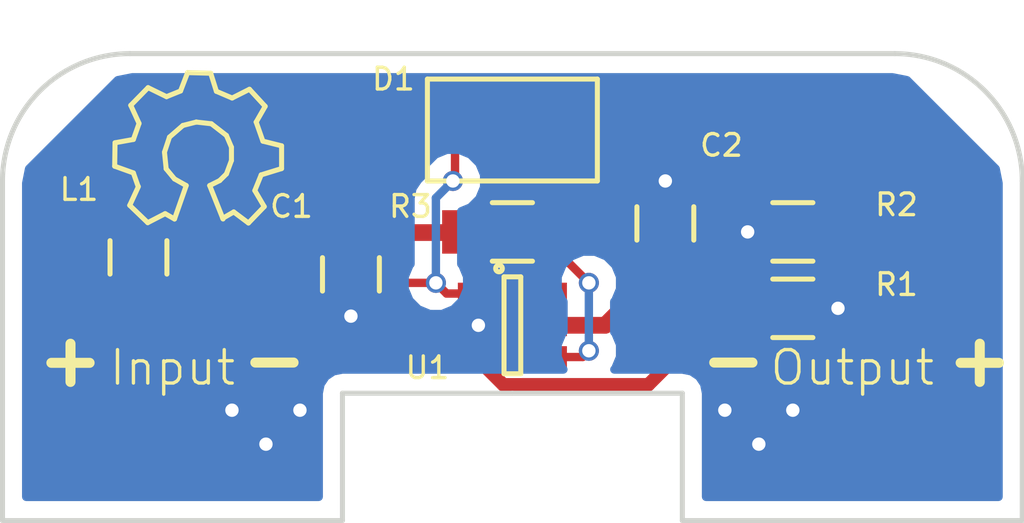
<source format=kicad_pcb>
(kicad_pcb (version 4) (host pcbnew 4.0.0-stable)

  (general
    (links 14)
    (no_connects 0)
    (area 152.265667 73.73388 182.955001 90.245001)
    (thickness 1.6)
    (drawings 17)
    (tracks 73)
    (zones 0)
    (modules 9)
    (nets 7)
  )

  (page A4)
  (layers
    (0 F.Cu signal)
    (31 B.Cu signal)
    (32 B.Adhes user)
    (33 F.Adhes user)
    (34 B.Paste user)
    (35 F.Paste user)
    (36 B.SilkS user)
    (37 F.SilkS user)
    (38 B.Mask user)
    (39 F.Mask user)
    (40 Dwgs.User user)
    (41 Cmts.User user)
    (42 Eco1.User user)
    (43 Eco2.User user)
    (44 Edge.Cuts user)
    (45 Margin user)
    (46 B.CrtYd user)
    (47 F.CrtYd user)
    (48 B.Fab user)
    (49 F.Fab user)
  )

  (setup
    (last_trace_width 0.25)
    (trace_clearance 0.2)
    (zone_clearance 0.508)
    (zone_45_only yes)
    (trace_min 0.2)
    (segment_width 0.2)
    (edge_width 0.15)
    (via_size 0.6)
    (via_drill 0.4)
    (via_min_size 0.4)
    (via_min_drill 0.3)
    (uvia_size 0.3)
    (uvia_drill 0.1)
    (uvias_allowed no)
    (uvia_min_size 0.2)
    (uvia_min_drill 0.1)
    (pcb_text_width 0.3)
    (pcb_text_size 1.5 1.5)
    (mod_edge_width 0.15)
    (mod_text_size 1 1)
    (mod_text_width 0.15)
    (pad_size 1.2 1.8)
    (pad_drill 0.8)
    (pad_to_mask_clearance 0.1)
    (aux_axis_origin 0 0)
    (visible_elements 7FFFFFFF)
    (pcbplotparams
      (layerselection 0x010f0_80000001)
      (usegerberextensions false)
      (excludeedgelayer true)
      (linewidth 0.100000)
      (plotframeref false)
      (viasonmask false)
      (mode 1)
      (useauxorigin false)
      (hpglpennumber 1)
      (hpglpenspeed 20)
      (hpglpendiameter 15)
      (hpglpenoverlay 2)
      (psnegative false)
      (psa4output false)
      (plotreference true)
      (plotvalue true)
      (plotinvisibletext false)
      (padsonsilk false)
      (subtractmaskfromsilk false)
      (outputformat 1)
      (mirror false)
      (drillshape 0)
      (scaleselection 1)
      (outputdirectory ""))
  )

  (net 0 "")
  (net 1 GND)
  (net 2 /Vin)
  (net 3 /Vout)
  (net 4 /SW)
  (net 5 /FB)
  (net 6 /SHDN)

  (net_class Default "This is the default net class."
    (clearance 0.2)
    (trace_width 0.25)
    (via_dia 0.6)
    (via_drill 0.4)
    (uvia_dia 0.3)
    (uvia_drill 0.1)
    (add_net /SHDN)
    (add_net /SW)
  )

  (net_class FB ""
    (clearance 0.2)
    (trace_width 0.4)
    (via_dia 0.6)
    (via_drill 0.4)
    (uvia_dia 0.3)
    (uvia_drill 0.1)
    (add_net /FB)
  )

  (net_class GND ""
    (clearance 0.2)
    (trace_width 0.5)
    (via_dia 0.6)
    (via_drill 0.4)
    (uvia_dia 0.3)
    (uvia_drill 0.1)
    (add_net GND)
  )

  (net_class VIN ""
    (clearance 0.2)
    (trace_width 0.5)
    (via_dia 0.6)
    (via_drill 0.4)
    (uvia_dia 0.3)
    (uvia_drill 0.1)
    (add_net /Vin)
  )

  (net_class VOUT ""
    (clearance 0.2)
    (trace_width 0.5)
    (via_dia 0.6)
    (via_drill 0.4)
    (uvia_dia 0.3)
    (uvia_drill 0.1)
    (add_net /Vout)
  )

  (module Capacitors_SMD:C_0805_HandSoldering (layer F.Cu) (tedit 565FA584) (tstamp 565F504B)
    (at 162.814 82.804 270)
    (descr "Capacitor SMD 0805, hand soldering")
    (tags "capacitor 0805")
    (path /565F3671)
    (attr smd)
    (fp_text reference C1 (at -2.032 1.778 360) (layer F.SilkS)
      (effects (font (size 0.65 0.65) (thickness 0.1)))
    )
    (fp_text value 10uF (at -1.016 2.286 360) (layer F.Fab)
      (effects (font (size 0.65 0.65) (thickness 0.1)))
    )
    (fp_line (start -2.3 -1) (end 2.3 -1) (layer F.CrtYd) (width 0.05))
    (fp_line (start -2.3 1) (end 2.3 1) (layer F.CrtYd) (width 0.05))
    (fp_line (start -2.3 -1) (end -2.3 1) (layer F.CrtYd) (width 0.05))
    (fp_line (start 2.3 -1) (end 2.3 1) (layer F.CrtYd) (width 0.05))
    (fp_line (start 0.5 -0.85) (end -0.5 -0.85) (layer F.SilkS) (width 0.15))
    (fp_line (start -0.5 0.85) (end 0.5 0.85) (layer F.SilkS) (width 0.15))
    (pad 1 smd rect (at -1.25 0 270) (size 1.5 1.25) (layers F.Cu F.Paste F.Mask)
      (net 2 /Vin))
    (pad 2 smd rect (at 1.25 0 270) (size 1.5 1.25) (layers F.Cu F.Paste F.Mask)
      (net 1 GND))
    (model Capacitors_SMD.3dshapes/C_0805_HandSoldering.wrl
      (at (xyz 0 0 0))
      (scale (xyz 1 1 1))
      (rotate (xyz 0 0 0))
    )
  )

  (module Capacitors_SMD:C_0805_HandSoldering (layer F.Cu) (tedit 565FB6AE) (tstamp 565F5051)
    (at 172.212 81.28 90)
    (descr "Capacitor SMD 0805, hand soldering")
    (tags "capacitor 0805")
    (path /565F36D9)
    (attr smd)
    (fp_text reference C2 (at 2.3368 1.6764 180) (layer F.SilkS)
      (effects (font (size 0.65 0.65) (thickness 0.1)))
    )
    (fp_text value 22uF (at 1.4224 2.286 180) (layer F.Fab)
      (effects (font (size 0.65 0.65) (thickness 0.1)))
    )
    (fp_line (start -2.3 -1) (end 2.3 -1) (layer F.CrtYd) (width 0.05))
    (fp_line (start -2.3 1) (end 2.3 1) (layer F.CrtYd) (width 0.05))
    (fp_line (start -2.3 -1) (end -2.3 1) (layer F.CrtYd) (width 0.05))
    (fp_line (start 2.3 -1) (end 2.3 1) (layer F.CrtYd) (width 0.05))
    (fp_line (start 0.5 -0.85) (end -0.5 -0.85) (layer F.SilkS) (width 0.15))
    (fp_line (start -0.5 0.85) (end 0.5 0.85) (layer F.SilkS) (width 0.15))
    (pad 1 smd rect (at -1.25 0 90) (size 1.5 1.25) (layers F.Cu F.Paste F.Mask)
      (net 3 /Vout))
    (pad 2 smd rect (at 1.25 0 90) (size 1.5 1.25) (layers F.Cu F.Paste F.Mask)
      (net 1 GND))
    (model Capacitors_SMD.3dshapes/C_0805_HandSoldering.wrl
      (at (xyz 0 0 0))
      (scale (xyz 1 1 1))
      (rotate (xyz 0 0 0))
    )
  )

  (module Diodes_SMD:POWERMITE2 (layer F.Cu) (tedit 565FA5D1) (tstamp 565F5057)
    (at 167.64 78.486 180)
    (descr "ONSEMI - POWERMITE 2")
    (tags "POWERMITE 2")
    (path /565F347C)
    (attr smd)
    (fp_text reference D1 (at 3.556 1.524 180) (layer F.SilkS)
      (effects (font (size 0.65 0.65) (thickness 0.1)))
    )
    (fp_text value "" (at 0 2.54 180) (layer F.Fab)
      (effects (font (size 1 1) (thickness 0.15)))
    )
    (fp_line (start -2.794 -1.778) (end 2.794 -1.778) (layer F.CrtYd) (width 0.03))
    (fp_line (start 2.794 -1.778) (end 2.794 1.778) (layer F.CrtYd) (width 0.03))
    (fp_line (start 2.794 1.778) (end -2.794 1.778) (layer F.CrtYd) (width 0.03))
    (fp_line (start -2.794 1.778) (end -2.794 -1.778) (layer F.CrtYd) (width 0.03))
    (fp_line (start -2.54 -1.524) (end 2.54 -1.524) (layer F.SilkS) (width 0.15))
    (fp_line (start 2.54 -1.524) (end 2.54 1.524) (layer F.SilkS) (width 0.15))
    (fp_line (start 2.54 1.524) (end -2.54 1.524) (layer F.SilkS) (width 0.15))
    (fp_line (start -2.54 1.524) (end -2.54 -1.524) (layer F.SilkS) (width 0.15))
    (pad 2 smd rect (at 1.7145 0) (size 0.635 1.27) (layers F.Cu F.Paste F.Mask)
      (net 4 /SW))
    (pad 1 smd rect (at -0.6365 0) (size 2.67 2.54) (layers F.Cu F.Paste F.Mask)
      (net 3 /Vout))
    (model Diodes_SMD.3dshapes/TUMD2.wrl
      (at (xyz 0 0 0))
      (scale (xyz 4 4 4))
      (rotate (xyz 0 0 180))
    )
  )

  (module Capacitors_SMD:C_0805_HandSoldering (layer F.Cu) (tedit 565FA5A9) (tstamp 565F505D)
    (at 156.464 82.296 270)
    (descr "Capacitor SMD 0805, hand soldering")
    (tags "capacitor 0805")
    (path /565F33FD)
    (attr smd)
    (fp_text reference L1 (at -2.032 1.778 360) (layer F.SilkS)
      (effects (font (size 0.65 0.65) (thickness 0.1)))
    )
    (fp_text value 2.5uH (at -1.016 2.54 360) (layer F.Fab)
      (effects (font (size 0.65 0.65) (thickness 0.1)))
    )
    (fp_line (start -2.3 -1) (end 2.3 -1) (layer F.CrtYd) (width 0.05))
    (fp_line (start -2.3 1) (end 2.3 1) (layer F.CrtYd) (width 0.05))
    (fp_line (start -2.3 -1) (end -2.3 1) (layer F.CrtYd) (width 0.05))
    (fp_line (start 2.3 -1) (end 2.3 1) (layer F.CrtYd) (width 0.05))
    (fp_line (start 0.5 -0.85) (end -0.5 -0.85) (layer F.SilkS) (width 0.15))
    (fp_line (start -0.5 0.85) (end 0.5 0.85) (layer F.SilkS) (width 0.15))
    (pad 1 smd rect (at -1.25 0 270) (size 1.5 1.25) (layers F.Cu F.Paste F.Mask)
      (net 2 /Vin))
    (pad 2 smd rect (at 1.25 0 270) (size 1.5 1.25) (layers F.Cu F.Paste F.Mask)
      (net 4 /SW))
    (model Capacitors_SMD.3dshapes/C_0805_HandSoldering.wrl
      (at (xyz 0 0 0))
      (scale (xyz 1 1 1))
      (rotate (xyz 0 0 0))
    )
  )

  (module Resistors_SMD:R_0805_HandSoldering (layer F.Cu) (tedit 565FB692) (tstamp 565F5063)
    (at 176.022 83.82)
    (descr "Resistor SMD 0805, hand soldering")
    (tags "resistor 0805")
    (path /565F355C)
    (attr smd)
    (fp_text reference R1 (at 3.0988 -0.7112 180) (layer F.SilkS)
      (effects (font (size 0.65 0.65) (thickness 0.1)))
    )
    (fp_text value 95.3k (at 3.81 0.1524 180) (layer F.Fab)
      (effects (font (size 0.65 0.65) (thickness 0.1)))
    )
    (fp_line (start -2.4 -1) (end 2.4 -1) (layer F.CrtYd) (width 0.05))
    (fp_line (start -2.4 1) (end 2.4 1) (layer F.CrtYd) (width 0.05))
    (fp_line (start -2.4 -1) (end -2.4 1) (layer F.CrtYd) (width 0.05))
    (fp_line (start 2.4 -1) (end 2.4 1) (layer F.CrtYd) (width 0.05))
    (fp_line (start 0.6 0.875) (end -0.6 0.875) (layer F.SilkS) (width 0.15))
    (fp_line (start -0.6 -0.875) (end 0.6 -0.875) (layer F.SilkS) (width 0.15))
    (pad 1 smd rect (at -1.35 0) (size 1.5 1.3) (layers F.Cu F.Paste F.Mask)
      (net 5 /FB))
    (pad 2 smd rect (at 1.35 0) (size 1.5 1.3) (layers F.Cu F.Paste F.Mask)
      (net 1 GND))
    (model Resistors_SMD.3dshapes/R_0805_HandSoldering.wrl
      (at (xyz 0 0 0))
      (scale (xyz 1 1 1))
      (rotate (xyz 0 0 0))
    )
  )

  (module Resistors_SMD:R_0805_HandSoldering (layer F.Cu) (tedit 565FB69F) (tstamp 565F5069)
    (at 176.022 81.534 180)
    (descr "Resistor SMD 0805, hand soldering")
    (tags "resistor 0805")
    (path /565F35A7)
    (attr smd)
    (fp_text reference R2 (at -3.0988 0.8128 360) (layer F.SilkS)
      (effects (font (size 0.65 0.65) (thickness 0.1)))
    )
    (fp_text value 30.9K (at -3.9116 -0.1524 360) (layer F.Fab)
      (effects (font (size 0.65 0.65) (thickness 0.1)))
    )
    (fp_line (start -2.4 -1) (end 2.4 -1) (layer F.CrtYd) (width 0.05))
    (fp_line (start -2.4 1) (end 2.4 1) (layer F.CrtYd) (width 0.05))
    (fp_line (start -2.4 -1) (end -2.4 1) (layer F.CrtYd) (width 0.05))
    (fp_line (start 2.4 -1) (end 2.4 1) (layer F.CrtYd) (width 0.05))
    (fp_line (start 0.6 0.875) (end -0.6 0.875) (layer F.SilkS) (width 0.15))
    (fp_line (start -0.6 -0.875) (end 0.6 -0.875) (layer F.SilkS) (width 0.15))
    (pad 1 smd rect (at -1.35 0 180) (size 1.5 1.3) (layers F.Cu F.Paste F.Mask)
      (net 3 /Vout))
    (pad 2 smd rect (at 1.35 0 180) (size 1.5 1.3) (layers F.Cu F.Paste F.Mask)
      (net 1 GND))
    (model Resistors_SMD.3dshapes/R_0805_HandSoldering.wrl
      (at (xyz 0 0 0))
      (scale (xyz 1 1 1))
      (rotate (xyz 0 0 0))
    )
  )

  (module TO_SOT_Packages_SMD:SOT-23-6 (layer F.Cu) (tedit 565FA692) (tstamp 565F5073)
    (at 167.64 84.328)
    (descr "6-pin SOT-23 package")
    (tags SOT-23-6)
    (path /565F337C)
    (attr smd)
    (fp_text reference U1 (at -2.54 1.27) (layer F.SilkS)
      (effects (font (size 0.65 0.65) (thickness 0.1)))
    )
    (fp_text value LTC3426 (at 0 2.9) (layer F.Fab)
      (effects (font (size 1 1) (thickness 0.15)))
    )
    (fp_circle (center -0.4 -1.7) (end -0.3 -1.7) (layer F.SilkS) (width 0.15))
    (fp_line (start 0.25 -1.45) (end -0.25 -1.45) (layer F.SilkS) (width 0.15))
    (fp_line (start 0.25 1.45) (end 0.25 -1.45) (layer F.SilkS) (width 0.15))
    (fp_line (start -0.25 1.45) (end 0.25 1.45) (layer F.SilkS) (width 0.15))
    (fp_line (start -0.25 -1.45) (end -0.25 1.45) (layer F.SilkS) (width 0.15))
    (pad 1 smd rect (at -1.1 -0.95) (size 1.06 0.65) (layers F.Cu F.Paste F.Mask)
      (net 4 /SW))
    (pad 2 smd rect (at -1.1 0) (size 1.06 0.65) (layers F.Cu F.Paste F.Mask)
      (net 1 GND))
    (pad 3 smd rect (at -1.1 0.95) (size 1.06 0.65) (layers F.Cu F.Paste F.Mask)
      (net 5 /FB))
    (pad 4 smd rect (at 1.1 0.95) (size 1.06 0.65) (layers F.Cu F.Paste F.Mask)
      (net 6 /SHDN))
    (pad 6 smd rect (at 1.1 -0.95) (size 1.06 0.65) (layers F.Cu F.Paste F.Mask)
      (net 2 /Vin))
    (pad 5 smd rect (at 1.1 0) (size 1.06 0.65) (layers F.Cu F.Paste F.Mask)
      (net 3 /Vout))
    (model TO_SOT_Packages_SMD.3dshapes/SOT-23-6.wrl
      (at (xyz 0 0 0))
      (scale (xyz 1 1 1))
      (rotate (xyz 0 0 0))
    )
  )

  (module Resistors_SMD:R_0805_HandSoldering (layer F.Cu) (tedit 565FA578) (tstamp 565F630F)
    (at 167.64 81.534)
    (descr "Resistor SMD 0805, hand soldering")
    (tags "resistor 0805")
    (path /565F61F2)
    (attr smd)
    (fp_text reference R3 (at -3.048 -0.762) (layer F.SilkS)
      (effects (font (size 0.65 0.65) (thickness 0.1)))
    )
    (fp_text value 1M (at -3.048 0.254) (layer F.Fab)
      (effects (font (size 0.65 0.65) (thickness 0.1)))
    )
    (fp_line (start -2.4 -1) (end 2.4 -1) (layer F.CrtYd) (width 0.05))
    (fp_line (start -2.4 1) (end 2.4 1) (layer F.CrtYd) (width 0.05))
    (fp_line (start -2.4 -1) (end -2.4 1) (layer F.CrtYd) (width 0.05))
    (fp_line (start 2.4 -1) (end 2.4 1) (layer F.CrtYd) (width 0.05))
    (fp_line (start 0.6 0.875) (end -0.6 0.875) (layer F.SilkS) (width 0.15))
    (fp_line (start -0.6 -0.875) (end 0.6 -0.875) (layer F.SilkS) (width 0.15))
    (pad 1 smd rect (at -1.35 0) (size 1.5 1.3) (layers F.Cu F.Paste F.Mask)
      (net 2 /Vin))
    (pad 2 smd rect (at 1.35 0) (size 1.5 1.3) (layers F.Cu F.Paste F.Mask)
      (net 6 /SHDN))
    (model Resistors_SMD.3dshapes/R_0805_HandSoldering.wrl
      (at (xyz 0 0 0))
      (scale (xyz 1 1 1))
      (rotate (xyz 0 0 0))
    )
  )

  (module Symbols:Symbol_OSHW_minimal (layer F.Cu) (tedit 565FA924) (tstamp 5661B23D)
    (at 158.242 79.248)
    (descr "Symbol, OSHW-Logo, Silk Screen,")
    (tags "Symbol, OSHW-Logo, Silk Screen,")
    (fp_text reference "" (at 0.09906 -4.38912) (layer F.SilkS)
      (effects (font (size 1 1) (thickness 0.15)))
    )
    (fp_text value "" (at 0.30988 6.56082) (layer F.Fab)
      (effects (font (size 1 1) (thickness 0.15)))
    )
    (fp_line (start -1.78054 0.92964) (end -2.03962 1.49098) (layer F.SilkS) (width 0.15))
    (fp_line (start -2.03962 1.49098) (end -1.50114 2.00914) (layer F.SilkS) (width 0.15))
    (fp_line (start -1.50114 2.00914) (end -0.98044 1.7399) (layer F.SilkS) (width 0.15))
    (fp_line (start -0.98044 1.7399) (end -0.70104 1.89992) (layer F.SilkS) (width 0.15))
    (fp_line (start 0.73914 1.8796) (end 1.06934 1.6891) (layer F.SilkS) (width 0.15))
    (fp_line (start 1.06934 1.6891) (end 1.50876 2.0193) (layer F.SilkS) (width 0.15))
    (fp_line (start 1.50876 2.0193) (end 1.9812 1.52908) (layer F.SilkS) (width 0.15))
    (fp_line (start 1.9812 1.52908) (end 1.69926 1.04902) (layer F.SilkS) (width 0.15))
    (fp_line (start 1.69926 1.04902) (end 1.88976 0.57912) (layer F.SilkS) (width 0.15))
    (fp_line (start 1.88976 0.57912) (end 2.49936 0.39116) (layer F.SilkS) (width 0.15))
    (fp_line (start 2.49936 0.39116) (end 2.49936 -0.28956) (layer F.SilkS) (width 0.15))
    (fp_line (start 2.49936 -0.28956) (end 1.94056 -0.42926) (layer F.SilkS) (width 0.15))
    (fp_line (start 1.94056 -0.42926) (end 1.7399 -1.00076) (layer F.SilkS) (width 0.15))
    (fp_line (start 1.7399 -1.00076) (end 2.00914 -1.47066) (layer F.SilkS) (width 0.15))
    (fp_line (start 2.00914 -1.47066) (end 1.53924 -1.9812) (layer F.SilkS) (width 0.15))
    (fp_line (start 1.53924 -1.9812) (end 1.02108 -1.71958) (layer F.SilkS) (width 0.15))
    (fp_line (start 1.02108 -1.71958) (end 0.55118 -1.92024) (layer F.SilkS) (width 0.15))
    (fp_line (start 0.55118 -1.92024) (end 0.381 -2.46126) (layer F.SilkS) (width 0.15))
    (fp_line (start 0.381 -2.46126) (end -0.30988 -2.47904) (layer F.SilkS) (width 0.15))
    (fp_line (start -0.30988 -2.47904) (end -0.5207 -1.9304) (layer F.SilkS) (width 0.15))
    (fp_line (start -0.5207 -1.9304) (end -0.9398 -1.76022) (layer F.SilkS) (width 0.15))
    (fp_line (start -0.9398 -1.76022) (end -1.49098 -2.02946) (layer F.SilkS) (width 0.15))
    (fp_line (start -1.49098 -2.02946) (end -2.00914 -1.50114) (layer F.SilkS) (width 0.15))
    (fp_line (start -2.00914 -1.50114) (end -1.76022 -0.96012) (layer F.SilkS) (width 0.15))
    (fp_line (start -1.76022 -0.96012) (end -1.9304 -0.48006) (layer F.SilkS) (width 0.15))
    (fp_line (start -1.9304 -0.48006) (end -2.47904 -0.381) (layer F.SilkS) (width 0.15))
    (fp_line (start -2.47904 -0.381) (end -2.4892 0.32004) (layer F.SilkS) (width 0.15))
    (fp_line (start -2.4892 0.32004) (end -1.9304 0.5207) (layer F.SilkS) (width 0.15))
    (fp_line (start -1.9304 0.5207) (end -1.7907 0.91948) (layer F.SilkS) (width 0.15))
    (fp_line (start 0.35052 0.89916) (end 0.65024 0.7493) (layer F.SilkS) (width 0.15))
    (fp_line (start 0.65024 0.7493) (end 0.8509 0.55118) (layer F.SilkS) (width 0.15))
    (fp_line (start 0.8509 0.55118) (end 1.00076 0.14986) (layer F.SilkS) (width 0.15))
    (fp_line (start 1.00076 0.14986) (end 1.00076 -0.24892) (layer F.SilkS) (width 0.15))
    (fp_line (start 1.00076 -0.24892) (end 0.8509 -0.59944) (layer F.SilkS) (width 0.15))
    (fp_line (start 0.8509 -0.59944) (end 0.39878 -0.94996) (layer F.SilkS) (width 0.15))
    (fp_line (start 0.39878 -0.94996) (end -0.0508 -1.00076) (layer F.SilkS) (width 0.15))
    (fp_line (start -0.0508 -1.00076) (end -0.44958 -0.89916) (layer F.SilkS) (width 0.15))
    (fp_line (start -0.44958 -0.89916) (end -0.8509 -0.55118) (layer F.SilkS) (width 0.15))
    (fp_line (start -0.8509 -0.55118) (end -1.00076 -0.09906) (layer F.SilkS) (width 0.15))
    (fp_line (start -1.00076 -0.09906) (end -0.94996 0.39878) (layer F.SilkS) (width 0.15))
    (fp_line (start -0.94996 0.39878) (end -0.70104 0.70104) (layer F.SilkS) (width 0.15))
    (fp_line (start -0.70104 0.70104) (end -0.35052 0.89916) (layer F.SilkS) (width 0.15))
    (fp_line (start -0.35052 0.89916) (end -0.70104 1.89992) (layer F.SilkS) (width 0.15))
    (fp_line (start 0.35052 0.89916) (end 0.7493 1.89992) (layer F.SilkS) (width 0.15))
  )

  (gr_text - (at 174.244 85.344) (layer F.SilkS)
    (effects (font (size 1.4 1.5) (thickness 0.3)))
  )
  (gr_text + (at 181.61 85.344) (layer F.SilkS)
    (effects (font (size 1.5 1.5) (thickness 0.3)))
  )
  (gr_text Output (at 177.8 85.598) (layer F.SilkS)
    (effects (font (size 1 1) (thickness 0.1)))
  )
  (gr_text Input (at 157.48 85.598) (layer F.SilkS)
    (effects (font (size 1 1) (thickness 0.1)))
  )
  (gr_text + (at 154.432 85.344) (layer F.SilkS)
    (effects (font (size 1.5 1.5) (thickness 0.3)))
  )
  (gr_text - (at 160.528 85.344) (layer F.SilkS)
    (effects (font (size 1.4 1.5) (thickness 0.3)))
  )
  (gr_line (start 162.56 90.17) (end 152.4 90.17) (angle 90) (layer Edge.Cuts) (width 0.15))
  (gr_line (start 172.72 90.17) (end 182.88 90.17) (angle 90) (layer Edge.Cuts) (width 0.15))
  (gr_line (start 172.72 86.36) (end 172.72 90.17) (angle 90) (layer Edge.Cuts) (width 0.15))
  (gr_line (start 167.64 86.36) (end 172.72 86.36) (angle 90) (layer Edge.Cuts) (width 0.15))
  (gr_line (start 162.56 86.36) (end 162.56 90.17) (angle 90) (layer Edge.Cuts) (width 0.15))
  (gr_line (start 167.64 86.36) (end 162.56 86.36) (angle 90) (layer Edge.Cuts) (width 0.15))
  (gr_line (start 156.21 76.2) (end 179.07 76.2) (angle 90) (layer Edge.Cuts) (width 0.15))
  (gr_line (start 152.4 80.01) (end 152.4 90.17) (angle 90) (layer Edge.Cuts) (width 0.15))
  (gr_line (start 182.88 80.01) (end 182.88 90.17) (angle 90) (layer Edge.Cuts) (width 0.15))
  (gr_arc (start 179.07 80.01) (end 179.07 76.2) (angle 90) (layer Edge.Cuts) (width 0.15))
  (gr_arc (start 156.21 80.01) (end 152.4 80.01) (angle 90) (layer Edge.Cuts) (width 0.15))

  (via (at 162.814 84.054) (size 0.6) (drill 0.4) (layers F.Cu B.Cu) (net 1))
  (via (at 161.29 86.868) (size 0.6) (drill 0.4) (layers F.Cu B.Cu) (net 1))
  (segment (start 161.29 86.868) (end 159.258 86.868) (width 0.5) (layer F.Cu) (net 1) (tstamp 5661C940))
  (via (at 159.258 86.868) (size 0.6) (drill 0.4) (layers F.Cu B.Cu) (net 1))
  (segment (start 162.814 84.054) (end 162.814 84.074) (width 0.5) (layer B.Cu) (net 1))
  (segment (start 162.814 84.074) (end 160.274 86.614) (width 0.5) (layer B.Cu) (net 1) (tstamp 565F6C52))
  (segment (start 160.274 86.614) (end 160.274 87.884) (width 0.5) (layer B.Cu) (net 1) (tstamp 565F6C55))
  (via (at 160.274 87.884) (size 0.6) (drill 0.4) (layers F.Cu B.Cu) (net 1))
  (segment (start 166.624 84.328) (end 163.088 84.328) (width 0.5) (layer B.Cu) (net 1) (tstamp 565F6C4E))
  (segment (start 163.088 84.328) (end 162.814 84.054) (width 0.5) (layer B.Cu) (net 1) (tstamp 565F6C4D))
  (segment (start 160.274 87.884) (end 161.29 86.868) (width 0.5) (layer B.Cu) (net 1))
  (segment (start 175.006 87.884) (end 173.99 86.868) (width 0.5) (layer B.Cu) (net 1))
  (segment (start 175.006 86.186) (end 177.372 83.82) (width 0.5) (layer B.Cu) (net 1) (tstamp 5661C80F))
  (via (at 175.006 87.884) (size 0.6) (drill 0.4) (layers F.Cu B.Cu) (net 1))
  (via (at 177.372 83.82) (size 0.6) (drill 0.4) (layers F.Cu B.Cu) (net 1))
  (segment (start 173.148 80.01) (end 174.672 81.534) (width 0.5) (layer B.Cu) (net 1) (tstamp 5661C7ED))
  (segment (start 172.212 80.01) (end 173.148 80.01) (width 0.5) (layer B.Cu) (net 1) (tstamp 5661C7EE))
  (via (at 174.672 81.534) (size 0.6) (drill 0.4) (layers F.Cu B.Cu) (net 1))
  (segment (start 175.086 81.534) (end 174.672 81.534) (width 0.5) (layer B.Cu) (net 1) (tstamp 5661C7F5))
  (segment (start 175.086 81.534) (end 177.372 83.82) (width 0.5) (layer B.Cu) (net 1) (tstamp 5661C7F4))
  (segment (start 175.006 87.884) (end 175.006 86.186) (width 0.5) (layer B.Cu) (net 1))
  (via (at 176.022 86.868) (size 0.6) (drill 0.4) (layers F.Cu B.Cu) (net 1))
  (segment (start 173.99 86.868) (end 176.022 86.868) (width 0.5) (layer F.Cu) (net 1) (tstamp 5661C949))
  (via (at 173.99 86.868) (size 0.6) (drill 0.4) (layers F.Cu B.Cu) (net 1))
  (segment (start 166.624 84.328) (end 166.878 84.328) (width 0.5) (layer B.Cu) (net 1))
  (segment (start 171.196 80.01) (end 172.212 80.01) (width 0.5) (layer B.Cu) (net 1) (tstamp 565F66DF))
  (segment (start 166.878 84.328) (end 171.196 80.01) (width 0.5) (layer B.Cu) (net 1) (tstamp 565F66DB))
  (segment (start 172.212 80.01) (end 172.212 80.03) (width 0.25) (layer F.Cu) (net 1) (tstamp 565F66E3))
  (via (at 172.212 80.01) (size 0.6) (drill 0.4) (layers F.Cu B.Cu) (net 1))
  (segment (start 166.54 84.328) (end 166.624 84.328) (width 0.25) (layer F.Cu) (net 1) (tstamp 565F66D2))
  (via (at 166.624 84.328) (size 0.6) (drill 0.4) (layers F.Cu B.Cu) (net 1))
  (segment (start 156.464 81.046) (end 162.306 81.046) (width 0.5) (layer F.Cu) (net 2))
  (segment (start 162.306 81.046) (end 162.814 81.554) (width 0.5) (layer F.Cu) (net 2) (tstamp 5661C739))
  (segment (start 156.464 81.046) (end 155.174 81.554) (width 0.5) (layer F.Cu) (net 2) (status 10))
  (segment (start 155.174 81.554) (end 154.432 82.296) (width 0.5) (layer F.Cu) (net 2) (tstamp 565F67CE))
  (segment (start 154.432 82.296) (end 154.432 87.63) (width 0.5) (layer F.Cu) (net 2) (tstamp 565F67D2))
  (segment (start 166.29 81.534) (end 166.37 81.534) (width 0.25) (layer F.Cu) (net 2))
  (segment (start 166.37 81.534) (end 168.214 83.378) (width 0.5) (layer F.Cu) (net 2) (tstamp 565F6635))
  (segment (start 168.214 83.378) (end 168.74 83.378) (width 0.25) (layer F.Cu) (net 2) (tstamp 565F6637))
  (segment (start 162.814 81.554) (end 166.27 81.554) (width 0.5) (layer F.Cu) (net 2))
  (segment (start 166.27 81.554) (end 166.29 81.534) (width 0.25) (layer F.Cu) (net 2) (tstamp 565F6632))
  (segment (start 177.372 81.534) (end 178.562 81.534) (width 0.5) (layer F.Cu) (net 3))
  (segment (start 180.594 83.566) (end 180.594 87.63) (width 0.5) (layer F.Cu) (net 3) (tstamp 5661C7E8))
  (segment (start 178.562 81.534) (end 180.594 83.566) (width 0.5) (layer F.Cu) (net 3) (tstamp 5661C7E7))
  (segment (start 168.2765 78.486) (end 174.324 78.486) (width 0.5) (layer F.Cu) (net 3))
  (segment (start 174.324 78.486) (end 177.372 81.534) (width 0.5) (layer F.Cu) (net 3) (tstamp 5661C7E3))
  (segment (start 172.212 82.53) (end 172.212 82.4215) (width 0.5) (layer F.Cu) (net 3))
  (segment (start 172.212 82.4215) (end 168.2765 78.486) (width 0.5) (layer F.Cu) (net 3) (tstamp 5661C73D))
  (segment (start 168.74 84.328) (end 170.414 84.328) (width 0.5) (layer F.Cu) (net 3))
  (segment (start 170.414 84.328) (end 172.212 82.53) (width 0.5) (layer F.Cu) (net 3) (tstamp 565F663D))
  (segment (start 165.354 83.058) (end 164.338 83.058) (width 0.25) (layer F.Cu) (net 4))
  (segment (start 157.206 82.804) (end 156.464 83.546) (width 0.25) (layer F.Cu) (net 4) (tstamp 5661C735))
  (segment (start 164.084 82.804) (end 157.206 82.804) (width 0.25) (layer F.Cu) (net 4) (tstamp 5661C734))
  (segment (start 164.338 83.058) (end 164.084 82.804) (width 0.25) (layer F.Cu) (net 4) (tstamp 5661C733))
  (via (at 165.354 83.058) (size 0.6) (drill 0.4) (layers F.Cu B.Cu) (net 4))
  (segment (start 165.9255 79.9465) (end 165.862 80.01) (width 0.25) (layer F.Cu) (net 4) (tstamp 565F66A7))
  (via (at 165.862 80.01) (size 0.6) (drill 0.4) (layers F.Cu B.Cu) (net 4))
  (segment (start 165.862 80.01) (end 165.354 80.518) (width 0.25) (layer B.Cu) (net 4) (tstamp 565F66B2))
  (segment (start 165.354 80.518) (end 165.354 83.058) (width 0.25) (layer B.Cu) (net 4) (tstamp 565F66B3))
  (segment (start 165.9255 78.486) (end 165.9255 79.9465) (width 0.25) (layer F.Cu) (net 4))
  (segment (start 165.674 83.378) (end 166.54 83.378) (width 0.25) (layer F.Cu) (net 4) (tstamp 565F66BB))
  (segment (start 165.354 83.058) (end 165.674 83.378) (width 0.25) (layer F.Cu) (net 4) (tstamp 565F66BA))
  (segment (start 174.672 83.82) (end 173.99 83.82) (width 0.25) (layer F.Cu) (net 5))
  (segment (start 173.99 83.82) (end 171.704 86.106) (width 0.4) (layer F.Cu) (net 5) (tstamp 5661C800))
  (segment (start 171.704 86.106) (end 167.368 86.106) (width 0.4) (layer F.Cu) (net 5) (tstamp 5661C801))
  (segment (start 167.368 86.106) (end 166.54 85.278) (width 0.4) (layer F.Cu) (net 5) (tstamp 5661C803))
  (segment (start 168.99 81.534) (end 168.99 82.122) (width 0.25) (layer F.Cu) (net 6))
  (segment (start 168.99 82.122) (end 169.926 83.058) (width 0.25) (layer F.Cu) (net 6) (tstamp 565F6681))
  (via (at 169.926 83.058) (size 0.6) (drill 0.4) (layers F.Cu B.Cu) (net 6))
  (segment (start 169.926 83.058) (end 169.926 85.09) (width 0.25) (layer B.Cu) (net 6) (tstamp 565F6687))
  (via (at 169.926 85.09) (size 0.6) (drill 0.4) (layers F.Cu B.Cu) (net 6))
  (segment (start 169.926 85.09) (end 169.738 85.278) (width 0.25) (layer F.Cu) (net 6) (tstamp 565F668B))
  (segment (start 169.738 85.278) (end 168.74 85.278) (width 0.25) (layer F.Cu) (net 6) (tstamp 565F668C))

  (zone (net 1) (net_name GND) (layer F.Cu) (tstamp 565F671B) (hatch edge 0.508)
    (connect_pads (clearance 0.508))
    (min_thickness 0.254)
    (fill yes (arc_segments 16) (thermal_gap 0.508) (thermal_bridge_width 0.508))
    (polygon
      (pts
        (xy 176.53 89.535) (xy 173.355 89.535) (xy 173.355 86.36) (xy 176.53 86.36) (xy 176.53 89.535)
      )
    )
    (filled_polygon
      (pts
        (xy 176.403 89.408) (xy 173.482 89.408) (xy 173.482 86.487) (xy 176.403 86.487)
      )
    )
  )
  (zone (net 3) (net_name /Vout) (layer F.Cu) (tstamp 565F672A) (hatch edge 0.508)
    (connect_pads (clearance 0.508))
    (min_thickness 0.254)
    (fill yes (arc_segments 16) (thermal_gap 0.508) (thermal_bridge_width 0.508))
    (polygon
      (pts
        (xy 182.245 89.535) (xy 179.07 89.535) (xy 179.07 86.36) (xy 182.245 86.36) (xy 182.245 89.535)
      )
    )
    (filled_polygon
      (pts
        (xy 182.118 89.408) (xy 179.197 89.408) (xy 179.197 86.487) (xy 182.118 86.487)
      )
    )
  )
  (zone (net 2) (net_name /Vin) (layer F.Cu) (tstamp 565F673C) (hatch edge 0.508)
    (connect_pads (clearance 0.508))
    (min_thickness 0.254)
    (fill yes (arc_segments 16) (thermal_gap 0.508) (thermal_bridge_width 0.508))
    (polygon
      (pts
        (xy 156.21 89.535) (xy 153.035 89.535) (xy 153.035 86.36) (xy 156.21 86.36) (xy 156.21 89.535)
      )
    )
    (filled_polygon
      (pts
        (xy 156.083 89.408) (xy 153.162 89.408) (xy 153.162 86.487) (xy 156.083 86.487)
      )
    )
  )
  (zone (net 1) (net_name GND) (layer F.Cu) (tstamp 565F6749) (hatch edge 0.508)
    (connect_pads (clearance 0.508))
    (min_thickness 0.254)
    (fill yes (arc_segments 16) (thermal_gap 0.508) (thermal_bridge_width 0.508))
    (polygon
      (pts
        (xy 161.925 89.535) (xy 158.75 89.535) (xy 158.75 86.36) (xy 161.925 86.36) (xy 161.925 89.535)
      )
    )
    (filled_polygon
      (pts
        (xy 161.798 89.408) (xy 158.877 89.408) (xy 158.877 86.487) (xy 161.798 86.487)
      )
    )
  )
  (zone (net 1) (net_name GND) (layer B.Cu) (tstamp 5661C823) (hatch edge 0.508)
    (connect_pads (clearance 0.508))
    (min_thickness 0.254)
    (fill yes (arc_segments 16) (thermal_gap 0.508) (thermal_bridge_width 0.508))
    (polygon
      (pts
        (xy 182.626 80.01) (xy 182.626 89.916) (xy 172.974 89.916) (xy 172.974 86.36) (xy 162.306 86.36)
        (xy 162.306 89.916) (xy 152.654 89.916) (xy 152.654 80.01) (xy 156.21 76.454) (xy 179.07 76.454)
        (xy 182.626 80.01)
      )
    )
    (filled_polygon
      (pts
        (xy 179.432387 76.995993) (xy 182.084006 79.647612) (xy 182.17 80.079931) (xy 182.17 89.46) (xy 173.43 89.46)
        (xy 173.43 86.36) (xy 173.375954 86.088295) (xy 173.222046 85.857954) (xy 172.991705 85.704046) (xy 172.72 85.65)
        (xy 170.688467 85.65) (xy 170.718192 85.620327) (xy 170.860838 85.276799) (xy 170.861162 84.904833) (xy 170.719117 84.561057)
        (xy 170.686 84.527882) (xy 170.686 83.620463) (xy 170.718192 83.588327) (xy 170.860838 83.244799) (xy 170.861162 82.872833)
        (xy 170.719117 82.529057) (xy 170.456327 82.265808) (xy 170.112799 82.123162) (xy 169.740833 82.122838) (xy 169.397057 82.264883)
        (xy 169.133808 82.527673) (xy 168.991162 82.871201) (xy 168.990838 83.243167) (xy 169.132883 83.586943) (xy 169.166 83.620118)
        (xy 169.166 84.527537) (xy 169.133808 84.559673) (xy 168.991162 84.903201) (xy 168.990838 85.275167) (xy 169.132883 85.618943)
        (xy 169.163886 85.65) (xy 162.56 85.65) (xy 162.288295 85.704046) (xy 162.057954 85.857954) (xy 161.904046 86.088295)
        (xy 161.85 86.36) (xy 161.85 89.46) (xy 153.11 89.46) (xy 153.11 83.243167) (xy 164.418838 83.243167)
        (xy 164.560883 83.586943) (xy 164.823673 83.850192) (xy 165.167201 83.992838) (xy 165.539167 83.993162) (xy 165.882943 83.851117)
        (xy 166.146192 83.588327) (xy 166.288838 83.244799) (xy 166.289162 82.872833) (xy 166.147117 82.529057) (xy 166.114 82.495882)
        (xy 166.114 80.917547) (xy 166.390943 80.803117) (xy 166.654192 80.540327) (xy 166.796838 80.196799) (xy 166.797162 79.824833)
        (xy 166.655117 79.481057) (xy 166.392327 79.217808) (xy 166.048799 79.075162) (xy 165.676833 79.074838) (xy 165.333057 79.216883)
        (xy 165.069808 79.479673) (xy 164.927162 79.823201) (xy 164.927121 79.870077) (xy 164.816599 79.980599) (xy 164.651852 80.227161)
        (xy 164.594 80.518) (xy 164.594 82.495537) (xy 164.561808 82.527673) (xy 164.419162 82.871201) (xy 164.418838 83.243167)
        (xy 153.11 83.243167) (xy 153.11 80.079931) (xy 153.195993 79.647613) (xy 155.847612 76.995994) (xy 156.279931 76.91)
        (xy 179.000069 76.91)
      )
    )
    (fill_segments
      (pts (xy 156.279931 76.91) (xy 179.000069 76.91))
      (pts (xy 155.730406 77.1132) (xy 179.549594 77.1132))
      (pts (xy 155.527206 77.3164) (xy 179.752794 77.3164))
      (pts (xy 155.324006 77.5196) (xy 179.955994 77.5196))
      (pts (xy 155.120806 77.7228) (xy 180.159194 77.7228))
      (pts (xy 154.917606 77.926) (xy 180.362394 77.926))
      (pts (xy 154.714406 78.1292) (xy 180.565594 78.1292))
      (pts (xy 154.511206 78.3324) (xy 180.768794 78.3324))
      (pts (xy 154.308006 78.5356) (xy 180.971994 78.5356))
      (pts (xy 154.104806 78.7388) (xy 181.175194 78.7388))
      (pts (xy 153.901606 78.942) (xy 181.378394 78.942))
      (pts (xy 153.698406 79.1452) (xy 165.506544 79.1452))
      (pts (xy 166.217469 79.1452) (xy 181.581594 79.1452))
      (pts (xy 153.495206 79.3484) (xy 165.201311 79.3484))
      (pts (xy 166.522692 79.3484) (xy 181.784794 79.3484))
      (pts (xy 153.292006 79.5516) (xy 165.039942 79.5516))
      (pts (xy 166.684265 79.5516) (xy 181.987994 79.5516))
      (pts (xy 153.174672 79.7548) (xy 164.955565 79.7548))
      (pts (xy 166.768226 79.7548) (xy 182.105327 79.7548))
      (pts (xy 153.134253 79.958) (xy 164.839198 79.958))
      (pts (xy 166.797046 79.958) (xy 182.145746 79.958))
      (pts (xy 153.11 80.1612) (xy 164.695926 80.1612))
      (pts (xy 166.796869 80.1612) (xy 182.17 80.1612))
      (pts (xy 153.11 80.3644) (xy 164.624554 80.3644))
      (pts (xy 166.727243 80.3644) (xy 182.17 80.3644))
      (pts (xy 153.11 80.5676) (xy 164.594 80.5676))
      (pts (xy 166.626871 80.5676) (xy 182.17 80.5676))
      (pts (xy 153.11 80.7708) (xy 164.594 80.7708))
      (pts (xy 166.423316 80.7708) (xy 182.17 80.7708))
      (pts (xy 153.11 80.974) (xy 164.594 80.974))
      (pts (xy 166.114 80.974) (xy 182.17 80.974))
      (pts (xy 153.11 81.1772) (xy 164.594 81.1772))
      (pts (xy 166.114 81.1772) (xy 182.17 81.1772))
      (pts (xy 153.11 81.3804) (xy 164.594 81.3804))
      (pts (xy 166.114 81.3804) (xy 182.17 81.3804))
      (pts (xy 153.11 81.5836) (xy 164.594 81.5836))
      (pts (xy 166.114 81.5836) (xy 182.17 81.5836))
      (pts (xy 153.11 81.7868) (xy 164.594 81.7868))
      (pts (xy 166.114 81.7868) (xy 182.17 81.7868))
      (pts (xy 153.11 81.99) (xy 164.594 81.99))
      (pts (xy 166.114 81.99) (xy 182.17 81.99))
      (pts (xy 153.11 82.1932) (xy 164.594 82.1932))
      (pts (xy 166.114 82.1932) (xy 169.570544 82.1932))
      (pts (xy 170.281469 82.1932) (xy 182.17 82.1932))
      (pts (xy 153.11 82.3964) (xy 164.594 82.3964))
      (pts (xy 166.114 82.3964) (xy 169.265311 82.3964))
      (pts (xy 170.586692 82.3964) (xy 182.17 82.3964))
      (pts (xy 153.11 82.5996) (xy 164.531942 82.5996))
      (pts (xy 166.176265 82.5996) (xy 169.103942 82.5996))
      (pts (xy 170.748265 82.5996) (xy 182.17 82.5996))
      (pts (xy 153.11 82.8028) (xy 164.447565 82.8028))
      (pts (xy 166.260226 82.8028) (xy 169.019565 82.8028))
      (pts (xy 170.832226 82.8028) (xy 182.17 82.8028))
      (pts (xy 153.11 83.006) (xy 164.419045 83.006))
      (pts (xy 166.289046 83.006) (xy 168.991045 83.006))
      (pts (xy 170.861046 83.006) (xy 182.17 83.006))
      (pts (xy 153.11 83.2092) (xy 164.418868 83.2092))
      (pts (xy 166.288869 83.2092) (xy 168.990868 83.2092))
      (pts (xy 170.860869 83.2092) (xy 182.17 83.2092))
      (pts (xy 153.11 83.4124) (xy 164.488763 83.4124))
      (pts (xy 166.219243 83.4124) (xy 169.060763 83.4124))
      (pts (xy 170.791243 83.4124) (xy 182.17 83.4124))
      (pts (xy 153.11 83.6156) (xy 164.58949 83.6156))
      (pts (xy 166.118871 83.6156) (xy 169.161489 83.6156))
      (pts (xy 170.690871 83.6156) (xy 182.17 83.6156))
      (pts (xy 153.11 83.8188) (xy 164.792335 83.8188))
      (pts (xy 165.915316 83.8188) (xy 169.166 83.8188))
      (pts (xy 170.686 83.8188) (xy 182.17 83.8188))
      (pts (xy 153.11 84.022) (xy 169.166 84.022))
      (pts (xy 170.686 84.022) (xy 182.17 84.022))
      (pts (xy 153.11 84.2252) (xy 169.166 84.2252))
      (pts (xy 170.686 84.2252) (xy 182.17 84.2252))
      (pts (xy 153.11 84.4284) (xy 169.166 84.4284))
      (pts (xy 170.686 84.4284) (xy 182.17 84.4284))
      (pts (xy 153.11 84.6316) (xy 169.103942 84.6316))
      (pts (xy 170.748265 84.6316) (xy 182.17 84.6316))
      (pts (xy 153.11 84.8348) (xy 169.019565 84.8348))
      (pts (xy 170.832226 84.8348) (xy 182.17 84.8348))
      (pts (xy 153.11 85.038) (xy 168.991045 85.038))
      (pts (xy 170.861046 85.038) (xy 182.17 85.038))
      (pts (xy 153.11 85.2412) (xy 168.990868 85.2412))
      (pts (xy 170.860869 85.2412) (xy 182.17 85.2412))
      (pts (xy 153.11 85.4444) (xy 169.060763 85.4444))
      (pts (xy 170.791243 85.4444) (xy 182.17 85.4444))
      (pts (xy 153.11 85.6476) (xy 169.16149 85.6476))
      (pts (xy 170.690871 85.6476) (xy 182.17 85.6476))
      (pts (xy 153.11 85.8508) (xy 162.068661 85.8508))
      (pts (xy 173.21134 85.8508) (xy 182.17 85.8508))
      (pts (xy 153.11 86.054) (xy 161.926962 86.054))
      (pts (xy 173.353039 86.054) (xy 182.17 86.054))
      (pts (xy 153.11 86.2572) (xy 161.870449 86.2572))
      (pts (xy 173.409552 86.2572) (xy 182.17 86.2572))
      (pts (xy 153.11 86.4604) (xy 161.85 86.4604))
      (pts (xy 173.43 86.4604) (xy 182.17 86.4604))
      (pts (xy 153.11 86.6636) (xy 161.85 86.6636))
      (pts (xy 173.43 86.6636) (xy 182.17 86.6636))
      (pts (xy 153.11 86.8668) (xy 161.85 86.8668))
      (pts (xy 173.43 86.8668) (xy 182.17 86.8668))
      (pts (xy 153.11 87.07) (xy 161.85 87.07))
      (pts (xy 173.43 87.07) (xy 182.17 87.07))
      (pts (xy 153.11 87.2732) (xy 161.85 87.2732))
      (pts (xy 173.43 87.2732) (xy 182.17 87.2732))
      (pts (xy 153.11 87.4764) (xy 161.85 87.4764))
      (pts (xy 173.43 87.4764) (xy 182.17 87.4764))
      (pts (xy 153.11 87.6796) (xy 161.85 87.6796))
      (pts (xy 173.43 87.6796) (xy 182.17 87.6796))
      (pts (xy 153.11 87.8828) (xy 161.85 87.8828))
      (pts (xy 173.43 87.8828) (xy 182.17 87.8828))
      (pts (xy 153.11 88.086) (xy 161.85 88.086))
      (pts (xy 173.43 88.086) (xy 182.17 88.086))
      (pts (xy 153.11 88.2892) (xy 161.85 88.2892))
      (pts (xy 173.43 88.2892) (xy 182.17 88.2892))
      (pts (xy 153.11 88.4924) (xy 161.85 88.4924))
      (pts (xy 173.43 88.4924) (xy 182.17 88.4924))
      (pts (xy 153.11 88.6956) (xy 161.85 88.6956))
      (pts (xy 173.43 88.6956) (xy 182.17 88.6956))
      (pts (xy 153.11 88.8988) (xy 161.85 88.8988))
      (pts (xy 173.43 88.8988) (xy 182.17 88.8988))
      (pts (xy 153.11 89.102) (xy 161.85 89.102))
      (pts (xy 173.43 89.102) (xy 182.17 89.102))
      (pts (xy 153.11 89.3052) (xy 161.85 89.3052))
      (pts (xy 173.43 89.3052) (xy 182.17 89.3052))
    )
  )
  (zone (net 0) (net_name "") (layer F.Mask) (tstamp 5661C846) (hatch edge 0.508)
    (connect_pads (clearance 0.508))
    (min_thickness 0.254)
    (fill yes (arc_segments 16) (thermal_gap 0.508) (thermal_bridge_width 0.508))
    (polygon
      (pts
        (xy 161.9504 89.5604) (xy 158.75 89.5604) (xy 158.75 86.36) (xy 161.9504 86.36) (xy 161.9504 89.5604)
      )
    )
    (filled_polygon
      (pts
        (xy 161.8234 89.4334) (xy 158.877 89.4334) (xy 158.877 86.487) (xy 161.8234 86.487)
      )
    )
  )
  (zone (net 0) (net_name "") (layer F.Mask) (tstamp 5661C84A) (hatch edge 0.508)
    (connect_pads (clearance 0.508))
    (min_thickness 0.254)
    (fill yes (arc_segments 16) (thermal_gap 0.508) (thermal_bridge_width 0.508))
    (polygon
      (pts
        (xy 156.21 89.5604) (xy 153.0096 89.5604) (xy 153.0096 86.36) (xy 156.21 86.36) (xy 156.21 89.5604)
      )
    )
    (filled_polygon
      (pts
        (xy 156.083 89.4334) (xy 153.1366 89.4334) (xy 153.1366 86.487) (xy 156.083 86.487)
      )
    )
  )
  (zone (net 0) (net_name "") (layer F.Mask) (tstamp 5661C84F) (hatch edge 0.508)
    (connect_pads (clearance 0.508))
    (min_thickness 0.254)
    (fill yes (arc_segments 16) (thermal_gap 0.508) (thermal_bridge_width 0.508))
    (polygon
      (pts
        (xy 176.53 86.36) (xy 173.3804 86.36) (xy 173.3296 86.36) (xy 173.3296 89.5604) (xy 176.53 89.5604)
      )
    )
    (filled_polygon
      (pts
        (xy 176.403 89.4334) (xy 173.4566 89.4334) (xy 173.4566 86.487) (xy 176.403 86.487)
      )
    )
  )
  (zone (net 0) (net_name "") (layer F.Mask) (tstamp 5661C853) (hatch edge 0.508)
    (connect_pads (clearance 0.508))
    (min_thickness 0.254)
    (fill yes (arc_segments 16) (thermal_gap 0.508) (thermal_bridge_width 0.508))
    (polygon
      (pts
        (xy 179.07 86.36) (xy 179.07 89.5604) (xy 182.2704 89.5604) (xy 182.2704 86.36)
      )
    )
    (filled_polygon
      (pts
        (xy 182.1434 89.4334) (xy 179.197 89.4334) (xy 179.197 86.487) (xy 182.1434 86.487)
      )
    )
  )
)

</source>
